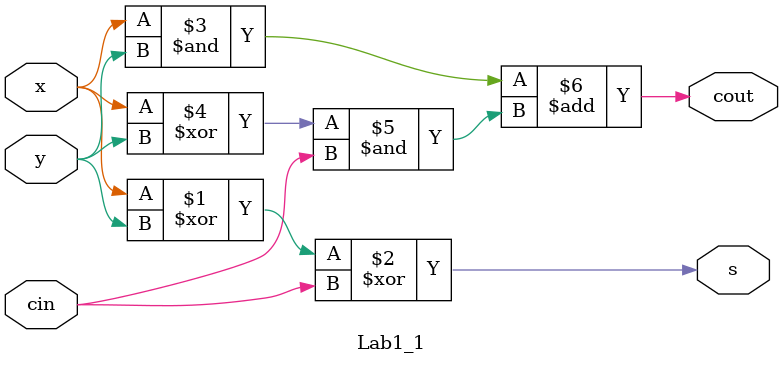
<source format=v>
`timescale 1ns / 1ps
module Lab1_1( x,y,cin,s,cout
    );
input x,y,cin;
output s,cout;


assign s=x ^ y ^ cin;
assign cout=(x & y )+ ((x ^ y) & cin);

endmodule

</source>
